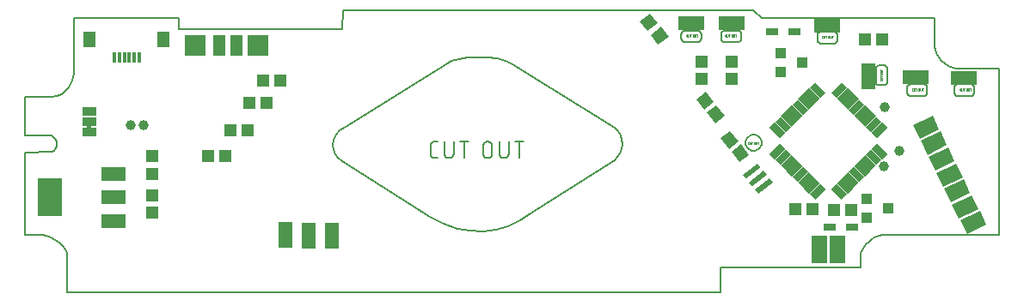
<source format=gts>
G75*
%MOIN*%
%OFA0B0*%
%FSLAX25Y25*%
%IPPOS*%
%LPD*%
%AMOC8*
5,1,8,0,0,1.08239X$1,22.5*
%
%ADD10C,0.00600*%
%ADD11C,0.00500*%
%ADD12C,0.00800*%
%ADD13C,0.00000*%
%ADD14R,0.04737X0.05131*%
%ADD15R,0.05052X0.04934*%
%ADD16R,0.05131X0.04737*%
%ADD17R,0.09600X0.05600*%
%ADD18R,0.09461X0.14973*%
%ADD19R,0.04343X0.03950*%
%ADD20R,0.10300X0.05300*%
%ADD21R,0.06200X0.10800*%
%ADD22R,0.05300X0.10300*%
%ADD23R,0.05957X0.08398*%
%ADD24R,0.04934X0.08477*%
%ADD25R,0.08477X0.08477*%
%ADD26R,0.05800X0.03000*%
%ADD27R,0.03000X0.05800*%
%ADD28R,0.07099X0.01981*%
%ADD29R,0.04737X0.03162*%
%ADD30R,0.05800X0.03300*%
%ADD31C,0.03950*%
%ADD32R,0.04737X0.06076*%
%ADD33R,0.01378X0.04331*%
D10*
X0017703Y0038877D02*
X0017703Y0053068D01*
X0017473Y0054223D01*
X0016826Y0055511D01*
X0015826Y0056843D01*
X0014540Y0058131D01*
X0013031Y0059287D01*
X0011367Y0060221D01*
X0009609Y0060847D01*
X0007826Y0061075D01*
X0001300Y0061075D01*
X0001300Y0093285D01*
X0011489Y0093363D01*
X0012380Y0093845D01*
X0013016Y0094600D01*
X0013395Y0095536D01*
X0013520Y0096561D01*
X0013391Y0097585D01*
X0013008Y0098513D01*
X0012374Y0099256D01*
X0011489Y0099720D01*
X0001300Y0099735D01*
X0001300Y0114803D02*
X0011489Y0114803D01*
X0013651Y0115090D01*
X0015486Y0115887D01*
X0017005Y0117096D01*
X0018220Y0118620D01*
X0019144Y0120362D01*
X0019789Y0122225D01*
X0020167Y0124111D01*
X0020291Y0125924D01*
X0020291Y0145461D01*
X0060762Y0145461D02*
X0060762Y0141013D01*
X0124178Y0141164D01*
X0124439Y0148568D01*
X0283611Y0148568D01*
X0286803Y0145461D01*
X0353849Y0145461D01*
X0353872Y0134183D01*
X0354104Y0132969D01*
X0354668Y0131631D01*
X0355516Y0130256D01*
X0356599Y0128933D01*
X0357869Y0127750D01*
X0359276Y0126796D01*
X0360773Y0126160D01*
X0362309Y0125929D01*
X0362585Y0125935D01*
X0378794Y0125924D01*
X0378794Y0061075D01*
X0333600Y0061075D01*
X0332610Y0060907D01*
X0331351Y0060421D01*
X0329946Y0059641D01*
X0328519Y0058595D01*
X0327194Y0057307D01*
X0326094Y0055804D01*
X0325344Y0054111D01*
X0325066Y0052254D01*
X0325066Y0048361D01*
X0270858Y0048361D01*
X0270858Y0038877D01*
X0017703Y0038877D01*
X0122690Y0090966D02*
X0124225Y0089783D01*
X0158265Y0068189D01*
X0163523Y0065449D01*
X0168754Y0063607D01*
X0173919Y0062628D01*
X0178974Y0062478D01*
X0183880Y0063119D01*
X0188596Y0064518D01*
X0193079Y0066639D01*
X0197289Y0069447D01*
X0229895Y0090159D01*
X0230978Y0091402D01*
X0231843Y0092915D01*
X0232442Y0094612D01*
X0232729Y0096404D01*
X0232659Y0098204D01*
X0232183Y0099923D01*
X0231257Y0101475D01*
X0229833Y0102771D01*
X0190100Y0127595D01*
X0187592Y0128804D01*
X0184372Y0129643D01*
X0180700Y0130126D01*
X0176836Y0130263D01*
X0173041Y0130067D01*
X0169574Y0129549D01*
X0166698Y0128721D01*
X0164671Y0127595D01*
X0125405Y0103236D01*
X0123317Y0101738D01*
X0121857Y0099993D01*
X0120989Y0098097D01*
X0120674Y0096150D01*
X0120878Y0094247D01*
X0121562Y0092486D01*
X0122690Y0090966D01*
X0158497Y0092431D02*
X0158497Y0095986D01*
X0158499Y0096060D01*
X0158505Y0096135D01*
X0158515Y0096208D01*
X0158528Y0096282D01*
X0158545Y0096354D01*
X0158567Y0096425D01*
X0158591Y0096496D01*
X0158620Y0096564D01*
X0158652Y0096632D01*
X0158688Y0096697D01*
X0158726Y0096760D01*
X0158769Y0096822D01*
X0158814Y0096881D01*
X0158862Y0096937D01*
X0158913Y0096992D01*
X0158967Y0097043D01*
X0159024Y0097091D01*
X0159083Y0097136D01*
X0159145Y0097179D01*
X0159208Y0097217D01*
X0159273Y0097253D01*
X0159341Y0097285D01*
X0159409Y0097314D01*
X0159480Y0097338D01*
X0159551Y0097360D01*
X0159623Y0097377D01*
X0159697Y0097390D01*
X0159770Y0097400D01*
X0159845Y0097406D01*
X0159919Y0097408D01*
X0161341Y0097408D01*
X0163846Y0097408D02*
X0163846Y0092786D01*
X0163848Y0092703D01*
X0163854Y0092620D01*
X0163864Y0092537D01*
X0163877Y0092454D01*
X0163895Y0092373D01*
X0163916Y0092292D01*
X0163941Y0092213D01*
X0163970Y0092135D01*
X0164002Y0092058D01*
X0164038Y0091983D01*
X0164077Y0091909D01*
X0164120Y0091838D01*
X0164166Y0091768D01*
X0164216Y0091701D01*
X0164268Y0091636D01*
X0164323Y0091574D01*
X0164382Y0091514D01*
X0164443Y0091457D01*
X0164506Y0091403D01*
X0164572Y0091352D01*
X0164641Y0091305D01*
X0164711Y0091260D01*
X0164784Y0091219D01*
X0164858Y0091182D01*
X0164934Y0091147D01*
X0165012Y0091117D01*
X0165090Y0091090D01*
X0165171Y0091067D01*
X0165252Y0091047D01*
X0165334Y0091032D01*
X0165416Y0091020D01*
X0165499Y0091012D01*
X0165582Y0091008D01*
X0165666Y0091008D01*
X0165749Y0091012D01*
X0165832Y0091020D01*
X0165914Y0091032D01*
X0165996Y0091047D01*
X0166077Y0091067D01*
X0166158Y0091090D01*
X0166236Y0091117D01*
X0166314Y0091147D01*
X0166390Y0091182D01*
X0166464Y0091219D01*
X0166537Y0091260D01*
X0166607Y0091305D01*
X0166676Y0091352D01*
X0166742Y0091403D01*
X0166805Y0091457D01*
X0166866Y0091514D01*
X0166925Y0091574D01*
X0166980Y0091636D01*
X0167032Y0091701D01*
X0167082Y0091768D01*
X0167128Y0091838D01*
X0167171Y0091909D01*
X0167210Y0091983D01*
X0167246Y0092058D01*
X0167278Y0092135D01*
X0167307Y0092213D01*
X0167332Y0092292D01*
X0167353Y0092373D01*
X0167371Y0092454D01*
X0167384Y0092537D01*
X0167394Y0092620D01*
X0167400Y0092703D01*
X0167402Y0092786D01*
X0167401Y0092786D02*
X0167401Y0097408D01*
X0169795Y0097408D02*
X0173350Y0097408D01*
X0171573Y0097408D02*
X0171573Y0091008D01*
X0178821Y0092786D02*
X0178821Y0095631D01*
X0178820Y0095631D02*
X0178822Y0095714D01*
X0178828Y0095797D01*
X0178838Y0095880D01*
X0178851Y0095963D01*
X0178869Y0096044D01*
X0178890Y0096125D01*
X0178915Y0096204D01*
X0178944Y0096282D01*
X0178976Y0096359D01*
X0179012Y0096434D01*
X0179051Y0096508D01*
X0179094Y0096579D01*
X0179140Y0096649D01*
X0179190Y0096716D01*
X0179242Y0096781D01*
X0179297Y0096843D01*
X0179356Y0096903D01*
X0179417Y0096960D01*
X0179480Y0097014D01*
X0179546Y0097065D01*
X0179615Y0097112D01*
X0179685Y0097157D01*
X0179758Y0097198D01*
X0179832Y0097235D01*
X0179908Y0097270D01*
X0179986Y0097300D01*
X0180064Y0097327D01*
X0180145Y0097350D01*
X0180226Y0097370D01*
X0180308Y0097385D01*
X0180390Y0097397D01*
X0180473Y0097405D01*
X0180556Y0097409D01*
X0180640Y0097409D01*
X0180723Y0097405D01*
X0180806Y0097397D01*
X0180888Y0097385D01*
X0180970Y0097370D01*
X0181051Y0097350D01*
X0181132Y0097327D01*
X0181210Y0097300D01*
X0181288Y0097270D01*
X0181364Y0097235D01*
X0181438Y0097198D01*
X0181511Y0097157D01*
X0181581Y0097112D01*
X0181650Y0097065D01*
X0181716Y0097014D01*
X0181779Y0096960D01*
X0181840Y0096903D01*
X0181899Y0096843D01*
X0181954Y0096781D01*
X0182006Y0096716D01*
X0182056Y0096649D01*
X0182102Y0096579D01*
X0182145Y0096508D01*
X0182184Y0096434D01*
X0182220Y0096359D01*
X0182252Y0096282D01*
X0182281Y0096204D01*
X0182306Y0096125D01*
X0182327Y0096044D01*
X0182345Y0095963D01*
X0182358Y0095880D01*
X0182368Y0095797D01*
X0182374Y0095714D01*
X0182376Y0095631D01*
X0182376Y0092786D01*
X0182374Y0092703D01*
X0182368Y0092620D01*
X0182358Y0092537D01*
X0182345Y0092454D01*
X0182327Y0092373D01*
X0182306Y0092292D01*
X0182281Y0092213D01*
X0182252Y0092135D01*
X0182220Y0092058D01*
X0182184Y0091983D01*
X0182145Y0091909D01*
X0182102Y0091838D01*
X0182056Y0091768D01*
X0182006Y0091701D01*
X0181954Y0091636D01*
X0181899Y0091574D01*
X0181840Y0091514D01*
X0181779Y0091457D01*
X0181716Y0091403D01*
X0181650Y0091352D01*
X0181581Y0091305D01*
X0181511Y0091260D01*
X0181438Y0091219D01*
X0181364Y0091182D01*
X0181288Y0091147D01*
X0181210Y0091117D01*
X0181132Y0091090D01*
X0181051Y0091067D01*
X0180970Y0091047D01*
X0180888Y0091032D01*
X0180806Y0091020D01*
X0180723Y0091012D01*
X0180640Y0091008D01*
X0180556Y0091008D01*
X0180473Y0091012D01*
X0180390Y0091020D01*
X0180308Y0091032D01*
X0180226Y0091047D01*
X0180145Y0091067D01*
X0180064Y0091090D01*
X0179986Y0091117D01*
X0179908Y0091147D01*
X0179832Y0091182D01*
X0179758Y0091219D01*
X0179685Y0091260D01*
X0179615Y0091305D01*
X0179546Y0091352D01*
X0179480Y0091403D01*
X0179417Y0091457D01*
X0179356Y0091514D01*
X0179297Y0091574D01*
X0179242Y0091636D01*
X0179190Y0091701D01*
X0179140Y0091768D01*
X0179094Y0091838D01*
X0179051Y0091909D01*
X0179012Y0091983D01*
X0178976Y0092058D01*
X0178944Y0092135D01*
X0178915Y0092213D01*
X0178890Y0092292D01*
X0178869Y0092373D01*
X0178851Y0092454D01*
X0178838Y0092537D01*
X0178828Y0092620D01*
X0178822Y0092703D01*
X0178820Y0092786D01*
X0185180Y0092786D02*
X0185180Y0097408D01*
X0188735Y0097408D02*
X0188735Y0092786D01*
X0188736Y0092786D02*
X0188734Y0092703D01*
X0188728Y0092620D01*
X0188718Y0092537D01*
X0188705Y0092454D01*
X0188687Y0092373D01*
X0188666Y0092292D01*
X0188641Y0092213D01*
X0188612Y0092135D01*
X0188580Y0092058D01*
X0188544Y0091983D01*
X0188505Y0091909D01*
X0188462Y0091838D01*
X0188416Y0091768D01*
X0188366Y0091701D01*
X0188314Y0091636D01*
X0188259Y0091574D01*
X0188200Y0091514D01*
X0188139Y0091457D01*
X0188076Y0091403D01*
X0188010Y0091352D01*
X0187941Y0091305D01*
X0187871Y0091260D01*
X0187798Y0091219D01*
X0187724Y0091182D01*
X0187648Y0091147D01*
X0187570Y0091117D01*
X0187492Y0091090D01*
X0187411Y0091067D01*
X0187330Y0091047D01*
X0187248Y0091032D01*
X0187166Y0091020D01*
X0187083Y0091012D01*
X0187000Y0091008D01*
X0186916Y0091008D01*
X0186833Y0091012D01*
X0186750Y0091020D01*
X0186668Y0091032D01*
X0186586Y0091047D01*
X0186505Y0091067D01*
X0186424Y0091090D01*
X0186346Y0091117D01*
X0186268Y0091147D01*
X0186192Y0091182D01*
X0186118Y0091219D01*
X0186045Y0091260D01*
X0185975Y0091305D01*
X0185906Y0091352D01*
X0185840Y0091403D01*
X0185777Y0091457D01*
X0185716Y0091514D01*
X0185657Y0091574D01*
X0185602Y0091636D01*
X0185550Y0091701D01*
X0185500Y0091768D01*
X0185454Y0091838D01*
X0185411Y0091909D01*
X0185372Y0091983D01*
X0185336Y0092058D01*
X0185304Y0092135D01*
X0185275Y0092213D01*
X0185250Y0092292D01*
X0185229Y0092373D01*
X0185211Y0092454D01*
X0185198Y0092537D01*
X0185188Y0092620D01*
X0185182Y0092703D01*
X0185180Y0092786D01*
X0191129Y0097408D02*
X0194684Y0097408D01*
X0192907Y0097408D02*
X0192907Y0091008D01*
X0161341Y0091008D02*
X0159919Y0091008D01*
X0159919Y0091009D02*
X0159845Y0091011D01*
X0159770Y0091017D01*
X0159697Y0091027D01*
X0159623Y0091040D01*
X0159551Y0091057D01*
X0159480Y0091079D01*
X0159409Y0091103D01*
X0159341Y0091132D01*
X0159273Y0091164D01*
X0159208Y0091200D01*
X0159145Y0091238D01*
X0159083Y0091281D01*
X0159024Y0091326D01*
X0158967Y0091374D01*
X0158913Y0091425D01*
X0158862Y0091479D01*
X0158814Y0091536D01*
X0158769Y0091595D01*
X0158726Y0091657D01*
X0158688Y0091720D01*
X0158652Y0091785D01*
X0158620Y0091853D01*
X0158591Y0091921D01*
X0158567Y0091992D01*
X0158545Y0092063D01*
X0158528Y0092135D01*
X0158515Y0092209D01*
X0158505Y0092282D01*
X0158499Y0092357D01*
X0158497Y0092431D01*
X0255811Y0136897D02*
X0255734Y0137142D01*
X0255707Y0137405D01*
X0255707Y0139289D01*
X0255734Y0139552D01*
X0255811Y0139797D01*
X0255931Y0140020D01*
X0256092Y0140213D01*
X0256285Y0140374D01*
X0256508Y0140495D01*
X0256753Y0140571D01*
X0257016Y0140598D01*
X0262092Y0140598D01*
X0262355Y0140571D01*
X0262600Y0140495D01*
X0262822Y0140374D01*
X0263016Y0140213D01*
X0263176Y0140020D01*
X0263297Y0139797D01*
X0263374Y0139552D01*
X0263400Y0139289D01*
X0263400Y0137405D01*
X0263374Y0137142D01*
X0263297Y0136897D01*
X0263176Y0136675D01*
X0263016Y0136481D01*
X0262822Y0136321D01*
X0262600Y0136200D01*
X0262355Y0136123D01*
X0262092Y0136097D01*
X0257016Y0136097D01*
X0256753Y0136123D01*
X0256508Y0136200D01*
X0256285Y0136321D01*
X0256092Y0136481D01*
X0255931Y0136675D01*
X0255811Y0136897D01*
X0271135Y0137405D02*
X0271135Y0139289D01*
X0271162Y0139552D01*
X0271239Y0139797D01*
X0271359Y0140020D01*
X0271520Y0140213D01*
X0271713Y0140374D01*
X0271935Y0140495D01*
X0272181Y0140571D01*
X0272443Y0140598D01*
X0277520Y0140598D01*
X0277783Y0140571D01*
X0278028Y0140495D01*
X0278250Y0140374D01*
X0278444Y0140213D01*
X0278604Y0140020D01*
X0278725Y0139797D01*
X0278802Y0139552D01*
X0278828Y0139289D01*
X0278828Y0137405D01*
X0278802Y0137142D01*
X0278725Y0136897D01*
X0278604Y0136675D01*
X0278444Y0136481D01*
X0278250Y0136321D01*
X0278028Y0136200D01*
X0277783Y0136123D01*
X0277520Y0136097D01*
X0272443Y0136097D01*
X0272181Y0136123D01*
X0271935Y0136200D01*
X0271713Y0136321D01*
X0271520Y0136481D01*
X0271359Y0136675D01*
X0271239Y0136897D01*
X0271162Y0137142D01*
X0271135Y0137405D01*
X0308483Y0136890D02*
X0308483Y0138774D01*
X0308510Y0139037D01*
X0308587Y0139282D01*
X0308707Y0139504D01*
X0308868Y0139698D01*
X0309061Y0139858D01*
X0309283Y0139979D01*
X0309529Y0140056D01*
X0309791Y0140082D01*
X0314868Y0140082D01*
X0315131Y0140056D01*
X0315376Y0139979D01*
X0315598Y0139858D01*
X0315792Y0139698D01*
X0315952Y0139504D01*
X0316073Y0139282D01*
X0316150Y0139037D01*
X0316176Y0138774D01*
X0316176Y0136890D01*
X0316150Y0136627D01*
X0316073Y0136382D01*
X0315952Y0136160D01*
X0315792Y0135966D01*
X0315598Y0135806D01*
X0315376Y0135685D01*
X0315131Y0135608D01*
X0314868Y0135582D01*
X0309791Y0135582D01*
X0309529Y0135608D01*
X0309283Y0135685D01*
X0309061Y0135806D01*
X0308868Y0135966D01*
X0308707Y0136160D01*
X0308587Y0136382D01*
X0308510Y0136627D01*
X0308483Y0136890D01*
X0331167Y0126223D02*
X0331288Y0126445D01*
X0331448Y0126639D01*
X0331642Y0126799D01*
X0331865Y0126920D01*
X0332109Y0126996D01*
X0332372Y0127023D01*
X0334256Y0127023D01*
X0334519Y0126996D01*
X0334765Y0126920D01*
X0334987Y0126799D01*
X0335181Y0126639D01*
X0335341Y0126445D01*
X0335462Y0126223D01*
X0335538Y0125978D01*
X0335565Y0125715D01*
X0335565Y0120638D01*
X0335538Y0120375D01*
X0335462Y0120130D01*
X0335341Y0119908D01*
X0335181Y0119714D01*
X0334987Y0119554D01*
X0334765Y0119433D01*
X0334519Y0119357D01*
X0334256Y0119330D01*
X0332372Y0119330D01*
X0332109Y0119357D01*
X0331865Y0119433D01*
X0331642Y0119554D01*
X0331448Y0119714D01*
X0331288Y0119908D01*
X0331167Y0120130D01*
X0331091Y0120375D01*
X0331064Y0120638D01*
X0331064Y0125715D01*
X0331091Y0125978D01*
X0331167Y0126223D01*
X0343477Y0119106D02*
X0343637Y0119300D01*
X0343831Y0119460D01*
X0344053Y0119581D01*
X0344298Y0119658D01*
X0344561Y0119684D01*
X0349637Y0119684D01*
X0349900Y0119658D01*
X0350145Y0119581D01*
X0350368Y0119460D01*
X0350561Y0119300D01*
X0350722Y0119106D01*
X0350843Y0118884D01*
X0350919Y0118639D01*
X0350946Y0118376D01*
X0350946Y0116492D01*
X0350919Y0116229D01*
X0350843Y0115984D01*
X0350722Y0115761D01*
X0350561Y0115567D01*
X0350368Y0115407D01*
X0350145Y0115286D01*
X0349900Y0115210D01*
X0349637Y0115183D01*
X0344561Y0115183D01*
X0344298Y0115210D01*
X0344053Y0115286D01*
X0343831Y0115407D01*
X0343637Y0115567D01*
X0343477Y0115761D01*
X0343356Y0115984D01*
X0343280Y0116229D01*
X0343253Y0116492D01*
X0343253Y0118376D01*
X0343280Y0118639D01*
X0343356Y0118884D01*
X0343477Y0119106D01*
X0361576Y0118376D02*
X0361576Y0116492D01*
X0361603Y0116229D01*
X0361680Y0115984D01*
X0361800Y0115761D01*
X0361961Y0115567D01*
X0362154Y0115407D01*
X0362377Y0115286D01*
X0362622Y0115210D01*
X0362885Y0115183D01*
X0367961Y0115183D01*
X0368224Y0115210D01*
X0368469Y0115286D01*
X0368691Y0115407D01*
X0368885Y0115567D01*
X0369045Y0115761D01*
X0369166Y0115984D01*
X0369243Y0116229D01*
X0369269Y0116492D01*
X0369269Y0118376D01*
X0369243Y0118639D01*
X0369166Y0118884D01*
X0369045Y0119106D01*
X0368885Y0119300D01*
X0368691Y0119460D01*
X0368469Y0119581D01*
X0368224Y0119658D01*
X0367961Y0119684D01*
X0362885Y0119684D01*
X0362622Y0119658D01*
X0362377Y0119581D01*
X0362154Y0119460D01*
X0361961Y0119300D01*
X0361800Y0119106D01*
X0361680Y0118884D01*
X0361603Y0118639D01*
X0361576Y0118376D01*
X0286760Y0097559D02*
X0286824Y0096924D01*
X0286764Y0097539D01*
X0286585Y0098129D01*
X0286294Y0098674D01*
X0285902Y0099151D01*
X0285425Y0099543D01*
X0284880Y0099834D01*
X0284289Y0100013D01*
X0283675Y0100074D01*
X0283060Y0100013D01*
X0282469Y0099834D01*
X0281925Y0099543D01*
X0281448Y0099151D01*
X0281056Y0098674D01*
X0280765Y0098129D01*
X0280586Y0097539D01*
X0280525Y0096924D01*
X0280586Y0096310D01*
X0280765Y0095719D01*
X0281056Y0095174D01*
X0281448Y0094697D01*
X0281925Y0094305D01*
X0282469Y0094014D01*
X0283060Y0093835D01*
X0283675Y0093774D01*
X0284289Y0093835D01*
X0284880Y0094014D01*
X0285425Y0094305D01*
X0285902Y0094697D01*
X0286294Y0095174D01*
X0286585Y0095719D01*
X0286764Y0096310D01*
X0286824Y0096924D01*
X0286760Y0096289D01*
X0286577Y0095698D01*
X0286287Y0095163D01*
X0285902Y0094697D01*
X0285436Y0094312D01*
X0284901Y0094022D01*
X0284309Y0093839D01*
X0283675Y0093774D01*
X0283040Y0093839D01*
X0282449Y0094022D01*
X0281914Y0094312D01*
X0281448Y0094697D01*
X0281063Y0095163D01*
X0280773Y0095698D01*
X0280589Y0096289D01*
X0280525Y0096924D01*
X0280589Y0097559D01*
X0280773Y0098150D01*
X0281063Y0098685D01*
X0281448Y0099151D01*
X0281914Y0099536D01*
X0282449Y0099826D01*
X0283040Y0100010D01*
X0283675Y0100074D01*
X0284309Y0100010D01*
X0284901Y0099826D01*
X0285436Y0099536D01*
X0285902Y0099151D01*
X0286287Y0098685D01*
X0286577Y0098150D01*
X0286760Y0097559D01*
D11*
X0026697Y0102458D02*
X0025697Y0102458D01*
X0025697Y0103958D01*
X0026697Y0103958D01*
X0026697Y0102458D01*
X0026697Y0102509D02*
X0025697Y0102509D01*
X0025697Y0103007D02*
X0026697Y0103007D01*
X0026697Y0103506D02*
X0025697Y0103506D01*
X0001300Y0099735D02*
X0001300Y0114803D01*
D12*
X0020291Y0145461D02*
X0060762Y0145461D01*
D13*
X0257697Y0138831D02*
X0257697Y0138386D01*
X0257699Y0138361D01*
X0257704Y0138336D01*
X0257713Y0138312D01*
X0257725Y0138290D01*
X0257740Y0138269D01*
X0257758Y0138251D01*
X0257779Y0138236D01*
X0257801Y0138224D01*
X0257825Y0138215D01*
X0257850Y0138210D01*
X0257875Y0138208D01*
X0258052Y0138208D01*
X0258322Y0138431D02*
X0258322Y0139008D01*
X0258052Y0139008D02*
X0257875Y0139008D01*
X0257875Y0139009D02*
X0257850Y0139007D01*
X0257825Y0139002D01*
X0257801Y0138993D01*
X0257779Y0138981D01*
X0257758Y0138966D01*
X0257740Y0138948D01*
X0257725Y0138927D01*
X0257713Y0138905D01*
X0257704Y0138881D01*
X0257699Y0138856D01*
X0257697Y0138831D01*
X0258322Y0138431D02*
X0258324Y0138402D01*
X0258330Y0138374D01*
X0258339Y0138346D01*
X0258352Y0138320D01*
X0258368Y0138296D01*
X0258387Y0138274D01*
X0258409Y0138255D01*
X0258433Y0138239D01*
X0258459Y0138226D01*
X0258487Y0138217D01*
X0258515Y0138211D01*
X0258544Y0138209D01*
X0258573Y0138211D01*
X0258601Y0138217D01*
X0258629Y0138226D01*
X0258655Y0138239D01*
X0258679Y0138255D01*
X0258701Y0138274D01*
X0258720Y0138296D01*
X0258736Y0138320D01*
X0258749Y0138346D01*
X0258758Y0138374D01*
X0258764Y0138402D01*
X0258766Y0138431D01*
X0258766Y0139008D01*
X0259018Y0139008D02*
X0259462Y0139008D01*
X0259240Y0139008D02*
X0259240Y0138208D01*
X0260074Y0138431D02*
X0260074Y0138786D01*
X0260076Y0138815D01*
X0260082Y0138843D01*
X0260091Y0138871D01*
X0260104Y0138897D01*
X0260120Y0138921D01*
X0260139Y0138943D01*
X0260161Y0138962D01*
X0260185Y0138978D01*
X0260211Y0138991D01*
X0260239Y0139000D01*
X0260267Y0139006D01*
X0260296Y0139008D01*
X0260325Y0139006D01*
X0260353Y0139000D01*
X0260381Y0138991D01*
X0260407Y0138978D01*
X0260431Y0138962D01*
X0260453Y0138943D01*
X0260472Y0138921D01*
X0260488Y0138897D01*
X0260501Y0138871D01*
X0260510Y0138843D01*
X0260516Y0138815D01*
X0260518Y0138786D01*
X0260518Y0138431D01*
X0260516Y0138402D01*
X0260510Y0138374D01*
X0260501Y0138346D01*
X0260488Y0138320D01*
X0260472Y0138296D01*
X0260453Y0138274D01*
X0260431Y0138255D01*
X0260407Y0138239D01*
X0260381Y0138226D01*
X0260353Y0138217D01*
X0260325Y0138211D01*
X0260296Y0138209D01*
X0260267Y0138211D01*
X0260239Y0138217D01*
X0260211Y0138226D01*
X0260185Y0138239D01*
X0260161Y0138255D01*
X0260139Y0138274D01*
X0260120Y0138296D01*
X0260104Y0138320D01*
X0260091Y0138346D01*
X0260082Y0138374D01*
X0260076Y0138402D01*
X0260074Y0138431D01*
X0260818Y0138431D02*
X0260818Y0139008D01*
X0261262Y0139008D02*
X0261262Y0138431D01*
X0261260Y0138402D01*
X0261254Y0138374D01*
X0261245Y0138346D01*
X0261232Y0138320D01*
X0261216Y0138296D01*
X0261197Y0138274D01*
X0261175Y0138255D01*
X0261151Y0138239D01*
X0261125Y0138226D01*
X0261097Y0138217D01*
X0261069Y0138211D01*
X0261040Y0138209D01*
X0261011Y0138211D01*
X0260983Y0138217D01*
X0260955Y0138226D01*
X0260929Y0138239D01*
X0260905Y0138255D01*
X0260883Y0138274D01*
X0260864Y0138296D01*
X0260848Y0138320D01*
X0260835Y0138346D01*
X0260826Y0138374D01*
X0260820Y0138402D01*
X0260818Y0138431D01*
X0261514Y0139008D02*
X0261958Y0139008D01*
X0261736Y0139008D02*
X0261736Y0138208D01*
X0272697Y0138386D02*
X0272697Y0138831D01*
X0272699Y0138856D01*
X0272704Y0138881D01*
X0272713Y0138905D01*
X0272725Y0138927D01*
X0272740Y0138948D01*
X0272758Y0138966D01*
X0272779Y0138981D01*
X0272801Y0138993D01*
X0272825Y0139002D01*
X0272850Y0139007D01*
X0272875Y0139009D01*
X0272875Y0139008D02*
X0273052Y0139008D01*
X0273322Y0139008D02*
X0273322Y0138431D01*
X0273324Y0138402D01*
X0273330Y0138374D01*
X0273339Y0138346D01*
X0273352Y0138320D01*
X0273368Y0138296D01*
X0273387Y0138274D01*
X0273409Y0138255D01*
X0273433Y0138239D01*
X0273459Y0138226D01*
X0273487Y0138217D01*
X0273515Y0138211D01*
X0273544Y0138209D01*
X0273573Y0138211D01*
X0273601Y0138217D01*
X0273629Y0138226D01*
X0273655Y0138239D01*
X0273679Y0138255D01*
X0273701Y0138274D01*
X0273720Y0138296D01*
X0273736Y0138320D01*
X0273749Y0138346D01*
X0273758Y0138374D01*
X0273764Y0138402D01*
X0273766Y0138431D01*
X0273766Y0139008D01*
X0274018Y0139008D02*
X0274462Y0139008D01*
X0274240Y0139008D02*
X0274240Y0138208D01*
X0275074Y0138431D02*
X0275074Y0138786D01*
X0275076Y0138815D01*
X0275082Y0138843D01*
X0275091Y0138871D01*
X0275104Y0138897D01*
X0275120Y0138921D01*
X0275139Y0138943D01*
X0275161Y0138962D01*
X0275185Y0138978D01*
X0275211Y0138991D01*
X0275239Y0139000D01*
X0275267Y0139006D01*
X0275296Y0139008D01*
X0275325Y0139006D01*
X0275353Y0139000D01*
X0275381Y0138991D01*
X0275407Y0138978D01*
X0275431Y0138962D01*
X0275453Y0138943D01*
X0275472Y0138921D01*
X0275488Y0138897D01*
X0275501Y0138871D01*
X0275510Y0138843D01*
X0275516Y0138815D01*
X0275518Y0138786D01*
X0275518Y0138431D01*
X0275516Y0138402D01*
X0275510Y0138374D01*
X0275501Y0138346D01*
X0275488Y0138320D01*
X0275472Y0138296D01*
X0275453Y0138274D01*
X0275431Y0138255D01*
X0275407Y0138239D01*
X0275381Y0138226D01*
X0275353Y0138217D01*
X0275325Y0138211D01*
X0275296Y0138209D01*
X0275267Y0138211D01*
X0275239Y0138217D01*
X0275211Y0138226D01*
X0275185Y0138239D01*
X0275161Y0138255D01*
X0275139Y0138274D01*
X0275120Y0138296D01*
X0275104Y0138320D01*
X0275091Y0138346D01*
X0275082Y0138374D01*
X0275076Y0138402D01*
X0275074Y0138431D01*
X0275818Y0138431D02*
X0275818Y0139008D01*
X0276262Y0139008D02*
X0276262Y0138431D01*
X0276260Y0138402D01*
X0276254Y0138374D01*
X0276245Y0138346D01*
X0276232Y0138320D01*
X0276216Y0138296D01*
X0276197Y0138274D01*
X0276175Y0138255D01*
X0276151Y0138239D01*
X0276125Y0138226D01*
X0276097Y0138217D01*
X0276069Y0138211D01*
X0276040Y0138209D01*
X0276011Y0138211D01*
X0275983Y0138217D01*
X0275955Y0138226D01*
X0275929Y0138239D01*
X0275905Y0138255D01*
X0275883Y0138274D01*
X0275864Y0138296D01*
X0275848Y0138320D01*
X0275835Y0138346D01*
X0275826Y0138374D01*
X0275820Y0138402D01*
X0275818Y0138431D01*
X0276514Y0139008D02*
X0276958Y0139008D01*
X0276736Y0139008D02*
X0276736Y0138208D01*
X0273052Y0138208D02*
X0272875Y0138208D01*
X0272850Y0138210D01*
X0272825Y0138215D01*
X0272801Y0138224D01*
X0272779Y0138236D01*
X0272758Y0138251D01*
X0272740Y0138269D01*
X0272725Y0138290D01*
X0272713Y0138312D01*
X0272704Y0138336D01*
X0272699Y0138361D01*
X0272697Y0138386D01*
X0310197Y0138331D02*
X0310197Y0137886D01*
X0310199Y0137861D01*
X0310204Y0137836D01*
X0310213Y0137812D01*
X0310225Y0137790D01*
X0310240Y0137769D01*
X0310258Y0137751D01*
X0310279Y0137736D01*
X0310301Y0137724D01*
X0310325Y0137715D01*
X0310350Y0137710D01*
X0310375Y0137708D01*
X0310552Y0137708D01*
X0310822Y0137931D02*
X0310822Y0138508D01*
X0310552Y0138508D02*
X0310375Y0138508D01*
X0310375Y0138509D02*
X0310350Y0138507D01*
X0310325Y0138502D01*
X0310301Y0138493D01*
X0310279Y0138481D01*
X0310258Y0138466D01*
X0310240Y0138448D01*
X0310225Y0138427D01*
X0310213Y0138405D01*
X0310204Y0138381D01*
X0310199Y0138356D01*
X0310197Y0138331D01*
X0310822Y0137931D02*
X0310824Y0137902D01*
X0310830Y0137874D01*
X0310839Y0137846D01*
X0310852Y0137820D01*
X0310868Y0137796D01*
X0310887Y0137774D01*
X0310909Y0137755D01*
X0310933Y0137739D01*
X0310959Y0137726D01*
X0310987Y0137717D01*
X0311015Y0137711D01*
X0311044Y0137709D01*
X0311073Y0137711D01*
X0311101Y0137717D01*
X0311129Y0137726D01*
X0311155Y0137739D01*
X0311179Y0137755D01*
X0311201Y0137774D01*
X0311220Y0137796D01*
X0311236Y0137820D01*
X0311249Y0137846D01*
X0311258Y0137874D01*
X0311264Y0137902D01*
X0311266Y0137931D01*
X0311266Y0138508D01*
X0311518Y0138508D02*
X0311962Y0138508D01*
X0311740Y0138508D02*
X0311740Y0137708D01*
X0312574Y0137931D02*
X0312574Y0138286D01*
X0312576Y0138315D01*
X0312582Y0138343D01*
X0312591Y0138371D01*
X0312604Y0138397D01*
X0312620Y0138421D01*
X0312639Y0138443D01*
X0312661Y0138462D01*
X0312685Y0138478D01*
X0312711Y0138491D01*
X0312739Y0138500D01*
X0312767Y0138506D01*
X0312796Y0138508D01*
X0312825Y0138506D01*
X0312853Y0138500D01*
X0312881Y0138491D01*
X0312907Y0138478D01*
X0312931Y0138462D01*
X0312953Y0138443D01*
X0312972Y0138421D01*
X0312988Y0138397D01*
X0313001Y0138371D01*
X0313010Y0138343D01*
X0313016Y0138315D01*
X0313018Y0138286D01*
X0313018Y0137931D01*
X0313016Y0137902D01*
X0313010Y0137874D01*
X0313001Y0137846D01*
X0312988Y0137820D01*
X0312972Y0137796D01*
X0312953Y0137774D01*
X0312931Y0137755D01*
X0312907Y0137739D01*
X0312881Y0137726D01*
X0312853Y0137717D01*
X0312825Y0137711D01*
X0312796Y0137709D01*
X0312767Y0137711D01*
X0312739Y0137717D01*
X0312711Y0137726D01*
X0312685Y0137739D01*
X0312661Y0137755D01*
X0312639Y0137774D01*
X0312620Y0137796D01*
X0312604Y0137820D01*
X0312591Y0137846D01*
X0312582Y0137874D01*
X0312576Y0137902D01*
X0312574Y0137931D01*
X0313318Y0137931D02*
X0313318Y0138508D01*
X0313762Y0138508D02*
X0313762Y0137931D01*
X0313760Y0137902D01*
X0313754Y0137874D01*
X0313745Y0137846D01*
X0313732Y0137820D01*
X0313716Y0137796D01*
X0313697Y0137774D01*
X0313675Y0137755D01*
X0313651Y0137739D01*
X0313625Y0137726D01*
X0313597Y0137717D01*
X0313569Y0137711D01*
X0313540Y0137709D01*
X0313511Y0137711D01*
X0313483Y0137717D01*
X0313455Y0137726D01*
X0313429Y0137739D01*
X0313405Y0137755D01*
X0313383Y0137774D01*
X0313364Y0137796D01*
X0313348Y0137820D01*
X0313335Y0137846D01*
X0313326Y0137874D01*
X0313320Y0137902D01*
X0313318Y0137931D01*
X0314014Y0138508D02*
X0314458Y0138508D01*
X0314236Y0138508D02*
X0314236Y0137708D01*
X0332897Y0125470D02*
X0332897Y0125025D01*
X0332897Y0125248D02*
X0333697Y0125248D01*
X0333475Y0124774D02*
X0332897Y0124774D01*
X0332897Y0124329D02*
X0333475Y0124329D01*
X0333475Y0124330D02*
X0333504Y0124332D01*
X0333532Y0124338D01*
X0333560Y0124347D01*
X0333586Y0124360D01*
X0333610Y0124376D01*
X0333632Y0124395D01*
X0333651Y0124417D01*
X0333667Y0124441D01*
X0333680Y0124467D01*
X0333689Y0124495D01*
X0333695Y0124523D01*
X0333697Y0124552D01*
X0333695Y0124581D01*
X0333689Y0124609D01*
X0333680Y0124637D01*
X0333667Y0124663D01*
X0333651Y0124687D01*
X0333632Y0124709D01*
X0333610Y0124728D01*
X0333586Y0124744D01*
X0333560Y0124757D01*
X0333532Y0124766D01*
X0333504Y0124772D01*
X0333475Y0124774D01*
X0333475Y0124030D02*
X0333119Y0124030D01*
X0333090Y0124028D01*
X0333062Y0124022D01*
X0333034Y0124013D01*
X0333008Y0124000D01*
X0332984Y0123984D01*
X0332962Y0123965D01*
X0332943Y0123943D01*
X0332927Y0123919D01*
X0332914Y0123893D01*
X0332905Y0123865D01*
X0332899Y0123837D01*
X0332897Y0123808D01*
X0332899Y0123779D01*
X0332905Y0123751D01*
X0332914Y0123723D01*
X0332927Y0123697D01*
X0332943Y0123673D01*
X0332962Y0123651D01*
X0332984Y0123632D01*
X0333008Y0123616D01*
X0333034Y0123603D01*
X0333062Y0123594D01*
X0333090Y0123588D01*
X0333119Y0123586D01*
X0333119Y0123585D02*
X0333475Y0123585D01*
X0333475Y0123586D02*
X0333504Y0123588D01*
X0333532Y0123594D01*
X0333560Y0123603D01*
X0333586Y0123616D01*
X0333610Y0123632D01*
X0333632Y0123651D01*
X0333651Y0123673D01*
X0333667Y0123697D01*
X0333680Y0123723D01*
X0333689Y0123751D01*
X0333695Y0123779D01*
X0333697Y0123808D01*
X0333695Y0123837D01*
X0333689Y0123865D01*
X0333680Y0123893D01*
X0333667Y0123919D01*
X0333651Y0123943D01*
X0333632Y0123965D01*
X0333610Y0123984D01*
X0333586Y0124000D01*
X0333560Y0124013D01*
X0333532Y0124022D01*
X0333504Y0124028D01*
X0333475Y0124030D01*
X0332897Y0122974D02*
X0332897Y0122529D01*
X0332897Y0122752D02*
X0333697Y0122752D01*
X0333475Y0122278D02*
X0332897Y0122278D01*
X0332897Y0121833D02*
X0333475Y0121833D01*
X0333475Y0121834D02*
X0333504Y0121836D01*
X0333532Y0121842D01*
X0333560Y0121851D01*
X0333586Y0121864D01*
X0333610Y0121880D01*
X0333632Y0121899D01*
X0333651Y0121921D01*
X0333667Y0121945D01*
X0333680Y0121971D01*
X0333689Y0121999D01*
X0333695Y0122027D01*
X0333697Y0122056D01*
X0333695Y0122085D01*
X0333689Y0122113D01*
X0333680Y0122141D01*
X0333667Y0122167D01*
X0333651Y0122191D01*
X0333632Y0122213D01*
X0333610Y0122232D01*
X0333586Y0122248D01*
X0333560Y0122261D01*
X0333532Y0122270D01*
X0333504Y0122276D01*
X0333475Y0122278D01*
X0333697Y0121564D02*
X0333697Y0121386D01*
X0333695Y0121361D01*
X0333690Y0121336D01*
X0333681Y0121312D01*
X0333669Y0121290D01*
X0333654Y0121269D01*
X0333636Y0121251D01*
X0333615Y0121236D01*
X0333593Y0121224D01*
X0333569Y0121215D01*
X0333544Y0121210D01*
X0333519Y0121208D01*
X0333075Y0121208D01*
X0333050Y0121210D01*
X0333025Y0121215D01*
X0333001Y0121224D01*
X0332979Y0121236D01*
X0332958Y0121251D01*
X0332940Y0121269D01*
X0332925Y0121290D01*
X0332913Y0121312D01*
X0332904Y0121336D01*
X0332899Y0121361D01*
X0332897Y0121386D01*
X0332897Y0121564D01*
X0345197Y0117831D02*
X0345197Y0117386D01*
X0345199Y0117361D01*
X0345204Y0117336D01*
X0345213Y0117312D01*
X0345225Y0117290D01*
X0345240Y0117269D01*
X0345258Y0117251D01*
X0345279Y0117236D01*
X0345301Y0117224D01*
X0345325Y0117215D01*
X0345350Y0117210D01*
X0345375Y0117208D01*
X0345552Y0117208D01*
X0345822Y0117431D02*
X0345822Y0118008D01*
X0345552Y0118008D02*
X0345375Y0118008D01*
X0345375Y0118009D02*
X0345350Y0118007D01*
X0345325Y0118002D01*
X0345301Y0117993D01*
X0345279Y0117981D01*
X0345258Y0117966D01*
X0345240Y0117948D01*
X0345225Y0117927D01*
X0345213Y0117905D01*
X0345204Y0117881D01*
X0345199Y0117856D01*
X0345197Y0117831D01*
X0345822Y0117431D02*
X0345824Y0117402D01*
X0345830Y0117374D01*
X0345839Y0117346D01*
X0345852Y0117320D01*
X0345868Y0117296D01*
X0345887Y0117274D01*
X0345909Y0117255D01*
X0345933Y0117239D01*
X0345959Y0117226D01*
X0345987Y0117217D01*
X0346015Y0117211D01*
X0346044Y0117209D01*
X0346073Y0117211D01*
X0346101Y0117217D01*
X0346129Y0117226D01*
X0346155Y0117239D01*
X0346179Y0117255D01*
X0346201Y0117274D01*
X0346220Y0117296D01*
X0346236Y0117320D01*
X0346249Y0117346D01*
X0346258Y0117374D01*
X0346264Y0117402D01*
X0346266Y0117431D01*
X0346266Y0118008D01*
X0346518Y0118008D02*
X0346962Y0118008D01*
X0346740Y0118008D02*
X0346740Y0117208D01*
X0347574Y0117431D02*
X0347574Y0117786D01*
X0347576Y0117815D01*
X0347582Y0117843D01*
X0347591Y0117871D01*
X0347604Y0117897D01*
X0347620Y0117921D01*
X0347639Y0117943D01*
X0347661Y0117962D01*
X0347685Y0117978D01*
X0347711Y0117991D01*
X0347739Y0118000D01*
X0347767Y0118006D01*
X0347796Y0118008D01*
X0347825Y0118006D01*
X0347853Y0118000D01*
X0347881Y0117991D01*
X0347907Y0117978D01*
X0347931Y0117962D01*
X0347953Y0117943D01*
X0347972Y0117921D01*
X0347988Y0117897D01*
X0348001Y0117871D01*
X0348010Y0117843D01*
X0348016Y0117815D01*
X0348018Y0117786D01*
X0348018Y0117431D01*
X0348016Y0117402D01*
X0348010Y0117374D01*
X0348001Y0117346D01*
X0347988Y0117320D01*
X0347972Y0117296D01*
X0347953Y0117274D01*
X0347931Y0117255D01*
X0347907Y0117239D01*
X0347881Y0117226D01*
X0347853Y0117217D01*
X0347825Y0117211D01*
X0347796Y0117209D01*
X0347767Y0117211D01*
X0347739Y0117217D01*
X0347711Y0117226D01*
X0347685Y0117239D01*
X0347661Y0117255D01*
X0347639Y0117274D01*
X0347620Y0117296D01*
X0347604Y0117320D01*
X0347591Y0117346D01*
X0347582Y0117374D01*
X0347576Y0117402D01*
X0347574Y0117431D01*
X0348318Y0117431D02*
X0348318Y0118008D01*
X0348762Y0118008D02*
X0348762Y0117431D01*
X0348760Y0117402D01*
X0348754Y0117374D01*
X0348745Y0117346D01*
X0348732Y0117320D01*
X0348716Y0117296D01*
X0348697Y0117274D01*
X0348675Y0117255D01*
X0348651Y0117239D01*
X0348625Y0117226D01*
X0348597Y0117217D01*
X0348569Y0117211D01*
X0348540Y0117209D01*
X0348511Y0117211D01*
X0348483Y0117217D01*
X0348455Y0117226D01*
X0348429Y0117239D01*
X0348405Y0117255D01*
X0348383Y0117274D01*
X0348364Y0117296D01*
X0348348Y0117320D01*
X0348335Y0117346D01*
X0348326Y0117374D01*
X0348320Y0117402D01*
X0348318Y0117431D01*
X0349014Y0118008D02*
X0349458Y0118008D01*
X0349236Y0118008D02*
X0349236Y0117208D01*
X0363697Y0117386D02*
X0363697Y0117831D01*
X0363699Y0117856D01*
X0363704Y0117881D01*
X0363713Y0117905D01*
X0363725Y0117927D01*
X0363740Y0117948D01*
X0363758Y0117966D01*
X0363779Y0117981D01*
X0363801Y0117993D01*
X0363825Y0118002D01*
X0363850Y0118007D01*
X0363875Y0118009D01*
X0363875Y0118008D02*
X0364052Y0118008D01*
X0364322Y0118008D02*
X0364322Y0117431D01*
X0364324Y0117402D01*
X0364330Y0117374D01*
X0364339Y0117346D01*
X0364352Y0117320D01*
X0364368Y0117296D01*
X0364387Y0117274D01*
X0364409Y0117255D01*
X0364433Y0117239D01*
X0364459Y0117226D01*
X0364487Y0117217D01*
X0364515Y0117211D01*
X0364544Y0117209D01*
X0364573Y0117211D01*
X0364601Y0117217D01*
X0364629Y0117226D01*
X0364655Y0117239D01*
X0364679Y0117255D01*
X0364701Y0117274D01*
X0364720Y0117296D01*
X0364736Y0117320D01*
X0364749Y0117346D01*
X0364758Y0117374D01*
X0364764Y0117402D01*
X0364766Y0117431D01*
X0364766Y0118008D01*
X0365018Y0118008D02*
X0365462Y0118008D01*
X0365240Y0118008D02*
X0365240Y0117208D01*
X0366074Y0117431D02*
X0366074Y0117786D01*
X0366076Y0117815D01*
X0366082Y0117843D01*
X0366091Y0117871D01*
X0366104Y0117897D01*
X0366120Y0117921D01*
X0366139Y0117943D01*
X0366161Y0117962D01*
X0366185Y0117978D01*
X0366211Y0117991D01*
X0366239Y0118000D01*
X0366267Y0118006D01*
X0366296Y0118008D01*
X0366325Y0118006D01*
X0366353Y0118000D01*
X0366381Y0117991D01*
X0366407Y0117978D01*
X0366431Y0117962D01*
X0366453Y0117943D01*
X0366472Y0117921D01*
X0366488Y0117897D01*
X0366501Y0117871D01*
X0366510Y0117843D01*
X0366516Y0117815D01*
X0366518Y0117786D01*
X0366518Y0117431D01*
X0366516Y0117402D01*
X0366510Y0117374D01*
X0366501Y0117346D01*
X0366488Y0117320D01*
X0366472Y0117296D01*
X0366453Y0117274D01*
X0366431Y0117255D01*
X0366407Y0117239D01*
X0366381Y0117226D01*
X0366353Y0117217D01*
X0366325Y0117211D01*
X0366296Y0117209D01*
X0366267Y0117211D01*
X0366239Y0117217D01*
X0366211Y0117226D01*
X0366185Y0117239D01*
X0366161Y0117255D01*
X0366139Y0117274D01*
X0366120Y0117296D01*
X0366104Y0117320D01*
X0366091Y0117346D01*
X0366082Y0117374D01*
X0366076Y0117402D01*
X0366074Y0117431D01*
X0366818Y0117431D02*
X0366818Y0118008D01*
X0367262Y0118008D02*
X0367262Y0117431D01*
X0367260Y0117402D01*
X0367254Y0117374D01*
X0367245Y0117346D01*
X0367232Y0117320D01*
X0367216Y0117296D01*
X0367197Y0117274D01*
X0367175Y0117255D01*
X0367151Y0117239D01*
X0367125Y0117226D01*
X0367097Y0117217D01*
X0367069Y0117211D01*
X0367040Y0117209D01*
X0367011Y0117211D01*
X0366983Y0117217D01*
X0366955Y0117226D01*
X0366929Y0117239D01*
X0366905Y0117255D01*
X0366883Y0117274D01*
X0366864Y0117296D01*
X0366848Y0117320D01*
X0366835Y0117346D01*
X0366826Y0117374D01*
X0366820Y0117402D01*
X0366818Y0117431D01*
X0367514Y0118008D02*
X0367958Y0118008D01*
X0367736Y0118008D02*
X0367736Y0117208D01*
X0364052Y0117208D02*
X0363875Y0117208D01*
X0363850Y0117210D01*
X0363825Y0117215D01*
X0363801Y0117224D01*
X0363779Y0117236D01*
X0363758Y0117251D01*
X0363740Y0117269D01*
X0363725Y0117290D01*
X0363713Y0117312D01*
X0363704Y0117336D01*
X0363699Y0117361D01*
X0363697Y0117386D01*
X0285697Y0097208D02*
X0285252Y0097208D01*
X0285475Y0097208D02*
X0285475Y0096408D01*
X0285001Y0096631D02*
X0285001Y0097208D01*
X0284556Y0097208D02*
X0284556Y0096631D01*
X0284557Y0096631D02*
X0284559Y0096602D01*
X0284565Y0096574D01*
X0284574Y0096546D01*
X0284587Y0096520D01*
X0284603Y0096496D01*
X0284622Y0096474D01*
X0284644Y0096455D01*
X0284668Y0096439D01*
X0284694Y0096426D01*
X0284722Y0096417D01*
X0284750Y0096411D01*
X0284779Y0096409D01*
X0284808Y0096411D01*
X0284836Y0096417D01*
X0284864Y0096426D01*
X0284890Y0096439D01*
X0284914Y0096455D01*
X0284936Y0096474D01*
X0284955Y0096496D01*
X0284971Y0096520D01*
X0284984Y0096546D01*
X0284993Y0096574D01*
X0284999Y0096602D01*
X0285001Y0096631D01*
X0284257Y0096631D02*
X0284257Y0096986D01*
X0284255Y0097015D01*
X0284249Y0097043D01*
X0284240Y0097071D01*
X0284227Y0097097D01*
X0284211Y0097121D01*
X0284192Y0097143D01*
X0284170Y0097162D01*
X0284146Y0097178D01*
X0284120Y0097191D01*
X0284092Y0097200D01*
X0284064Y0097206D01*
X0284035Y0097208D01*
X0284006Y0097206D01*
X0283978Y0097200D01*
X0283950Y0097191D01*
X0283924Y0097178D01*
X0283900Y0097162D01*
X0283878Y0097143D01*
X0283859Y0097121D01*
X0283843Y0097097D01*
X0283830Y0097071D01*
X0283821Y0097043D01*
X0283815Y0097015D01*
X0283813Y0096986D01*
X0283812Y0096986D02*
X0283812Y0096631D01*
X0283813Y0096631D02*
X0283815Y0096602D01*
X0283821Y0096574D01*
X0283830Y0096546D01*
X0283843Y0096520D01*
X0283859Y0096496D01*
X0283878Y0096474D01*
X0283900Y0096455D01*
X0283924Y0096439D01*
X0283950Y0096426D01*
X0283978Y0096417D01*
X0284006Y0096411D01*
X0284035Y0096409D01*
X0284064Y0096411D01*
X0284092Y0096417D01*
X0284120Y0096426D01*
X0284146Y0096439D01*
X0284170Y0096455D01*
X0284192Y0096474D01*
X0284211Y0096496D01*
X0284227Y0096520D01*
X0284240Y0096546D01*
X0284249Y0096574D01*
X0284255Y0096602D01*
X0284257Y0096631D01*
X0283201Y0097208D02*
X0282756Y0097208D01*
X0282979Y0097208D02*
X0282979Y0096408D01*
X0282505Y0096631D02*
X0282505Y0097208D01*
X0282060Y0097208D02*
X0282060Y0096631D01*
X0282061Y0096631D02*
X0282063Y0096602D01*
X0282069Y0096574D01*
X0282078Y0096546D01*
X0282091Y0096520D01*
X0282107Y0096496D01*
X0282126Y0096474D01*
X0282148Y0096455D01*
X0282172Y0096439D01*
X0282198Y0096426D01*
X0282226Y0096417D01*
X0282254Y0096411D01*
X0282283Y0096409D01*
X0282312Y0096411D01*
X0282340Y0096417D01*
X0282368Y0096426D01*
X0282394Y0096439D01*
X0282418Y0096455D01*
X0282440Y0096474D01*
X0282459Y0096496D01*
X0282475Y0096520D01*
X0282488Y0096546D01*
X0282497Y0096574D01*
X0282503Y0096602D01*
X0282505Y0096631D01*
X0281791Y0096408D02*
X0281613Y0096408D01*
X0281588Y0096410D01*
X0281563Y0096415D01*
X0281539Y0096424D01*
X0281517Y0096436D01*
X0281496Y0096451D01*
X0281478Y0096469D01*
X0281463Y0096490D01*
X0281451Y0096512D01*
X0281442Y0096536D01*
X0281437Y0096561D01*
X0281435Y0096586D01*
X0281435Y0097031D01*
X0281437Y0097056D01*
X0281442Y0097081D01*
X0281451Y0097105D01*
X0281463Y0097127D01*
X0281478Y0097148D01*
X0281496Y0097166D01*
X0281517Y0097181D01*
X0281539Y0097193D01*
X0281563Y0097202D01*
X0281588Y0097207D01*
X0281613Y0097209D01*
X0281613Y0097208D02*
X0281791Y0097208D01*
D14*
X0299850Y0071208D03*
X0306543Y0071208D03*
X0314850Y0070708D03*
X0321543Y0070708D03*
X0326850Y0137208D03*
X0333543Y0137208D03*
G36*
X0247820Y0142016D02*
X0250736Y0138285D01*
X0246694Y0135126D01*
X0243778Y0138857D01*
X0247820Y0142016D01*
G37*
G36*
X0243700Y0147290D02*
X0246616Y0143559D01*
X0242574Y0140400D01*
X0239658Y0144131D01*
X0243700Y0147290D01*
G37*
X0100293Y0121208D03*
X0093600Y0121208D03*
X0094793Y0112458D03*
X0088100Y0112458D03*
X0087543Y0101958D03*
X0080850Y0101958D03*
X0079043Y0091708D03*
X0072350Y0091708D03*
X0050697Y0076555D03*
X0050697Y0069862D03*
D15*
X0050697Y0084763D03*
X0050697Y0091653D03*
D16*
X0263447Y0121862D03*
X0275197Y0121862D03*
X0275197Y0128555D03*
X0263447Y0128555D03*
G36*
X0265173Y0116824D02*
X0268332Y0112782D01*
X0264601Y0109866D01*
X0261442Y0113908D01*
X0265173Y0116824D01*
G37*
G36*
X0269293Y0111550D02*
X0272452Y0107508D01*
X0268721Y0104592D01*
X0265562Y0108634D01*
X0269293Y0111550D01*
G37*
G36*
X0274673Y0101574D02*
X0277832Y0097532D01*
X0274101Y0094616D01*
X0270942Y0098658D01*
X0274673Y0101574D01*
G37*
G36*
X0278793Y0096300D02*
X0281952Y0092258D01*
X0278221Y0089342D01*
X0275062Y0093384D01*
X0278793Y0096300D01*
G37*
D17*
X0035397Y0084808D03*
X0035397Y0075708D03*
X0035397Y0066608D03*
D18*
X0010996Y0075708D03*
D19*
X0294260Y0124468D03*
X0302528Y0128208D03*
X0294260Y0131948D03*
X0327510Y0075198D03*
X0335778Y0071458D03*
X0327510Y0067718D03*
D20*
X0346697Y0122448D03*
X0365197Y0122263D03*
X0312197Y0142319D03*
X0275197Y0143578D03*
X0259697Y0143393D03*
D21*
X0309197Y0055319D03*
X0316197Y0055319D03*
D22*
X0328272Y0122708D03*
X0120354Y0060748D03*
X0111354Y0060748D03*
X0102354Y0061248D03*
D23*
G36*
X0348129Y0098491D02*
X0345518Y0103843D01*
X0353065Y0107525D01*
X0355676Y0102173D01*
X0348129Y0098491D01*
G37*
G36*
X0351129Y0092291D02*
X0348518Y0097643D01*
X0356065Y0101325D01*
X0358676Y0095973D01*
X0351129Y0092291D01*
G37*
G36*
X0354129Y0086091D02*
X0351518Y0091443D01*
X0359065Y0095125D01*
X0361676Y0089773D01*
X0354129Y0086091D01*
G37*
G36*
X0357179Y0079841D02*
X0354568Y0085193D01*
X0362115Y0088875D01*
X0364726Y0083523D01*
X0357179Y0079841D01*
G37*
G36*
X0360129Y0073641D02*
X0357518Y0078993D01*
X0365065Y0082675D01*
X0367676Y0077323D01*
X0360129Y0073641D01*
G37*
G36*
X0363279Y0067491D02*
X0360668Y0072843D01*
X0368215Y0076525D01*
X0370826Y0071173D01*
X0363279Y0067491D01*
G37*
G36*
X0366479Y0061491D02*
X0363868Y0066843D01*
X0371415Y0070525D01*
X0374026Y0065173D01*
X0366479Y0061491D01*
G37*
D24*
X0083097Y0134808D03*
X0076597Y0134708D03*
D25*
X0067297Y0134658D03*
X0091497Y0134708D03*
D26*
G36*
X0296063Y0094542D02*
X0291963Y0090442D01*
X0289841Y0092564D01*
X0293941Y0096664D01*
X0296063Y0094542D01*
G37*
G36*
X0298290Y0092315D02*
X0294190Y0088215D01*
X0292068Y0090337D01*
X0296168Y0094437D01*
X0298290Y0092315D01*
G37*
G36*
X0300517Y0090088D02*
X0296417Y0085988D01*
X0294295Y0088110D01*
X0298395Y0092210D01*
X0300517Y0090088D01*
G37*
G36*
X0302744Y0087861D02*
X0298644Y0083761D01*
X0296522Y0085883D01*
X0300622Y0089983D01*
X0302744Y0087861D01*
G37*
G36*
X0304971Y0085634D02*
X0300871Y0081534D01*
X0298749Y0083656D01*
X0302849Y0087756D01*
X0304971Y0085634D01*
G37*
G36*
X0307198Y0083407D02*
X0303098Y0079307D01*
X0300976Y0081429D01*
X0305076Y0085529D01*
X0307198Y0083407D01*
G37*
G36*
X0309426Y0081179D02*
X0305326Y0077079D01*
X0303204Y0079201D01*
X0307304Y0083301D01*
X0309426Y0081179D01*
G37*
G36*
X0311653Y0078952D02*
X0307553Y0074852D01*
X0305431Y0076974D01*
X0309531Y0081074D01*
X0311653Y0078952D01*
G37*
G36*
X0335553Y0102853D02*
X0331453Y0098753D01*
X0329331Y0100875D01*
X0333431Y0104975D01*
X0335553Y0102853D01*
G37*
G36*
X0333326Y0105080D02*
X0329226Y0100980D01*
X0327104Y0103102D01*
X0331204Y0107202D01*
X0333326Y0105080D01*
G37*
G36*
X0331099Y0107307D02*
X0326999Y0103207D01*
X0324877Y0105329D01*
X0328977Y0109429D01*
X0331099Y0107307D01*
G37*
G36*
X0328872Y0109534D02*
X0324772Y0105434D01*
X0322650Y0107556D01*
X0326750Y0111656D01*
X0328872Y0109534D01*
G37*
G36*
X0326644Y0111761D02*
X0322544Y0107661D01*
X0320422Y0109783D01*
X0324522Y0113883D01*
X0326644Y0111761D01*
G37*
G36*
X0324417Y0113988D02*
X0320317Y0109888D01*
X0318195Y0112010D01*
X0322295Y0116110D01*
X0324417Y0113988D01*
G37*
G36*
X0322190Y0116215D02*
X0318090Y0112115D01*
X0315968Y0114237D01*
X0320068Y0118337D01*
X0322190Y0116215D01*
G37*
G36*
X0319963Y0118442D02*
X0315863Y0114342D01*
X0313741Y0116464D01*
X0317841Y0120564D01*
X0319963Y0118442D01*
G37*
D27*
G36*
X0311653Y0116464D02*
X0309531Y0114342D01*
X0305431Y0118442D01*
X0307553Y0120564D01*
X0311653Y0116464D01*
G37*
G36*
X0309426Y0114237D02*
X0307304Y0112115D01*
X0303204Y0116215D01*
X0305326Y0118337D01*
X0309426Y0114237D01*
G37*
G36*
X0307198Y0112010D02*
X0305076Y0109888D01*
X0300976Y0113988D01*
X0303098Y0116110D01*
X0307198Y0112010D01*
G37*
G36*
X0304971Y0109783D02*
X0302849Y0107661D01*
X0298749Y0111761D01*
X0300871Y0113883D01*
X0304971Y0109783D01*
G37*
G36*
X0302744Y0107556D02*
X0300622Y0105434D01*
X0296522Y0109534D01*
X0298644Y0111656D01*
X0302744Y0107556D01*
G37*
G36*
X0300517Y0105329D02*
X0298395Y0103207D01*
X0294295Y0107307D01*
X0296417Y0109429D01*
X0300517Y0105329D01*
G37*
G36*
X0298290Y0103102D02*
X0296168Y0100980D01*
X0292068Y0105080D01*
X0294190Y0107202D01*
X0298290Y0103102D01*
G37*
G36*
X0296063Y0100875D02*
X0293941Y0098753D01*
X0289841Y0102853D01*
X0291963Y0104975D01*
X0296063Y0100875D01*
G37*
G36*
X0328872Y0085883D02*
X0326750Y0083761D01*
X0322650Y0087861D01*
X0324772Y0089983D01*
X0328872Y0085883D01*
G37*
G36*
X0326644Y0083656D02*
X0324522Y0081534D01*
X0320422Y0085634D01*
X0322544Y0087756D01*
X0326644Y0083656D01*
G37*
G36*
X0324417Y0081429D02*
X0322295Y0079307D01*
X0318195Y0083407D01*
X0320317Y0085529D01*
X0324417Y0081429D01*
G37*
G36*
X0322190Y0079201D02*
X0320068Y0077079D01*
X0315968Y0081179D01*
X0318090Y0083301D01*
X0322190Y0079201D01*
G37*
G36*
X0319963Y0076974D02*
X0317841Y0074852D01*
X0313741Y0078952D01*
X0315863Y0081074D01*
X0319963Y0076974D01*
G37*
G36*
X0331099Y0088110D02*
X0328977Y0085988D01*
X0324877Y0090088D01*
X0326999Y0092210D01*
X0331099Y0088110D01*
G37*
G36*
X0333326Y0090337D02*
X0331204Y0088215D01*
X0327104Y0092315D01*
X0329226Y0094437D01*
X0333326Y0090337D01*
G37*
G36*
X0335553Y0092564D02*
X0333431Y0090442D01*
X0329331Y0094542D01*
X0331453Y0096664D01*
X0335553Y0092564D01*
G37*
D28*
G36*
X0291047Y0081457D02*
X0285454Y0077088D01*
X0284235Y0078649D01*
X0289828Y0083018D01*
X0291047Y0081457D01*
G37*
G36*
X0288738Y0084420D02*
X0283145Y0080051D01*
X0281926Y0081612D01*
X0287519Y0085981D01*
X0288738Y0084420D01*
G37*
G36*
X0286441Y0087372D02*
X0280848Y0083003D01*
X0279629Y0084564D01*
X0285222Y0088933D01*
X0286441Y0087372D01*
G37*
D29*
X0313366Y0064208D03*
X0322028Y0064208D03*
X0299528Y0140208D03*
X0290866Y0140208D03*
D30*
X0026197Y0109208D03*
X0026197Y0105208D03*
X0026197Y0101208D03*
D31*
X0042197Y0103708D03*
X0047197Y0103708D03*
X0334197Y0087708D03*
X0340197Y0093708D03*
X0334697Y0110708D03*
D32*
X0055018Y0137000D03*
X0026376Y0137000D03*
D33*
X0035776Y0130208D03*
X0037744Y0130208D03*
X0039713Y0130208D03*
X0041681Y0130208D03*
X0043650Y0130208D03*
X0045618Y0130208D03*
M02*

</source>
